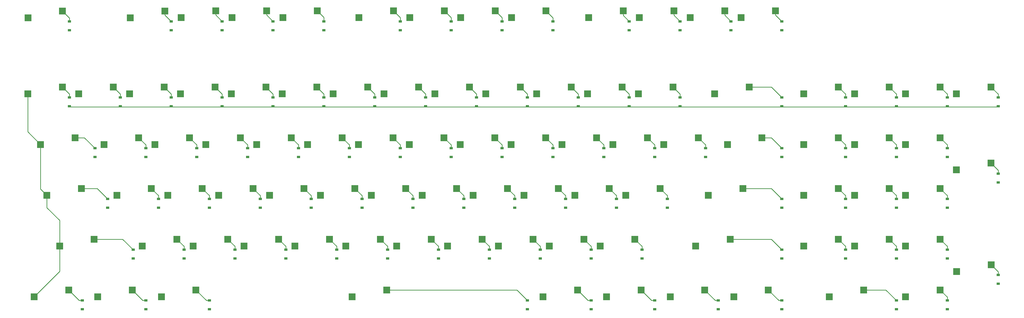
<source format=gbr>
G04 #@! TF.GenerationSoftware,KiCad,Pcbnew,8.0.5*
G04 #@! TF.CreationDate,2024-10-27T22:32:11+11:00*
G04 #@! TF.ProjectId,keyboard,6b657962-6f61-4726-942e-6b696361645f,rev?*
G04 #@! TF.SameCoordinates,Original*
G04 #@! TF.FileFunction,Copper,L6,Bot*
G04 #@! TF.FilePolarity,Positive*
%FSLAX46Y46*%
G04 Gerber Fmt 4.6, Leading zero omitted, Abs format (unit mm)*
G04 Created by KiCad (PCBNEW 8.0.5) date 2024-10-27 22:32:11*
%MOMM*%
%LPD*%
G01*
G04 APERTURE LIST*
G04 #@! TA.AperFunction,SMDPad,CuDef*
%ADD10R,2.550000X2.500000*%
G04 #@! TD*
G04 #@! TA.AperFunction,SMDPad,CuDef*
%ADD11R,1.200000X0.900000*%
G04 #@! TD*
G04 #@! TA.AperFunction,Conductor*
%ADD12C,0.250000*%
G04 #@! TD*
G04 APERTURE END LIST*
D10*
X139490000Y-58185000D03*
X152417000Y-55645000D03*
X158540000Y-58185000D03*
X171467000Y-55645000D03*
X82340000Y-58185000D03*
X95267000Y-55645000D03*
X273176706Y-29584520D03*
X286103706Y-27044520D03*
X315702500Y-77235000D03*
X328629500Y-74695000D03*
X25190000Y-58185000D03*
X38117000Y-55645000D03*
X239502500Y-115335000D03*
X252429500Y-112795000D03*
X172827500Y-96285000D03*
X185754500Y-93745000D03*
X334752500Y-77235000D03*
X347679500Y-74695000D03*
X334752500Y-115335000D03*
X347679500Y-112795000D03*
X220452500Y-115335000D03*
X233379500Y-112795000D03*
X110915000Y-77235000D03*
X123842000Y-74695000D03*
X63290000Y-58185000D03*
X76217000Y-55645000D03*
X25245000Y-29665000D03*
X38172000Y-27125000D03*
X168065000Y-77235000D03*
X180992000Y-74695000D03*
X353802500Y-115335000D03*
X366729500Y-112795000D03*
X241883750Y-134385000D03*
X254810750Y-131845000D03*
X235165000Y-29585000D03*
X248092000Y-27045000D03*
X289508750Y-134385000D03*
X302435750Y-131845000D03*
X27571250Y-134385000D03*
X40498250Y-131845000D03*
X215690000Y-58185000D03*
X228617000Y-55645000D03*
X334752500Y-96285000D03*
X347679500Y-93745000D03*
X87102500Y-115335000D03*
X100029500Y-112795000D03*
X115677500Y-96285000D03*
X128604500Y-93745000D03*
X182352500Y-115335000D03*
X195279500Y-112795000D03*
X353802500Y-77235000D03*
X366729500Y-74695000D03*
X249027500Y-96285000D03*
X261954500Y-93745000D03*
X187261209Y-29593694D03*
X200188209Y-27053694D03*
X279983750Y-96285000D03*
X292910750Y-93745000D03*
X253790000Y-58185000D03*
X266717000Y-55645000D03*
X206261209Y-29593694D03*
X219188209Y-27053694D03*
X292216706Y-29584520D03*
X305143706Y-27044520D03*
X72815000Y-77235000D03*
X85742000Y-74695000D03*
X275221250Y-115335000D03*
X288148250Y-112795000D03*
X201402500Y-115335000D03*
X214329500Y-112795000D03*
X144252500Y-115335000D03*
X157179500Y-112795000D03*
X234740000Y-58185000D03*
X247667000Y-55645000D03*
X134727500Y-96285000D03*
X147654500Y-93745000D03*
X353802500Y-58185000D03*
X366729500Y-55645000D03*
X254176706Y-29584520D03*
X267103706Y-27044520D03*
X53765000Y-77235000D03*
X66692000Y-74695000D03*
X91865000Y-77235000D03*
X104792000Y-74695000D03*
X106152500Y-115335000D03*
X119079500Y-112795000D03*
X244265000Y-77235000D03*
X257192000Y-74695000D03*
X44240000Y-58185000D03*
X57167000Y-55645000D03*
X146633750Y-134385000D03*
X159560750Y-131845000D03*
X187115000Y-77235000D03*
X200042000Y-74695000D03*
X325227500Y-134385000D03*
X338154500Y-131845000D03*
X229977500Y-96285000D03*
X242904500Y-93745000D03*
X315702500Y-96285000D03*
X328629500Y-93745000D03*
X32333750Y-96285000D03*
X45260750Y-93745000D03*
X120440000Y-58185000D03*
X133367000Y-55645000D03*
X101390000Y-58185000D03*
X114317000Y-55645000D03*
X63594475Y-29637388D03*
X76521475Y-27097388D03*
X265696250Y-134385000D03*
X278623250Y-131845000D03*
X218071250Y-134385000D03*
X230998250Y-131845000D03*
X75196250Y-134385000D03*
X88123250Y-131845000D03*
X315702500Y-115335000D03*
X328629500Y-112795000D03*
X287127500Y-77235000D03*
X300054500Y-74695000D03*
X372852500Y-58185000D03*
X385779500Y-55645000D03*
X68052500Y-115335000D03*
X80979500Y-112795000D03*
X353802500Y-96285000D03*
X366729500Y-93745000D03*
X210927500Y-96285000D03*
X223854500Y-93745000D03*
X177590000Y-58185000D03*
X190517000Y-55645000D03*
X263315000Y-77235000D03*
X276242000Y-74695000D03*
X372859143Y-86743423D03*
X385786143Y-84203423D03*
X163302500Y-115335000D03*
X176229500Y-112795000D03*
X206165000Y-77235000D03*
X219092000Y-74695000D03*
X96627500Y-96285000D03*
X109554500Y-93745000D03*
X372915000Y-124960000D03*
X385842000Y-122420000D03*
X149165000Y-29585000D03*
X162092000Y-27045000D03*
X82632347Y-29596106D03*
X95559347Y-27056106D03*
X51383750Y-134385000D03*
X64310750Y-131845000D03*
X315702500Y-58185000D03*
X328629500Y-55645000D03*
X353802500Y-134385000D03*
X366729500Y-131845000D03*
X77577500Y-96285000D03*
X90504500Y-93745000D03*
X196640000Y-58185000D03*
X209567000Y-55645000D03*
X282365000Y-58185000D03*
X295292000Y-55645000D03*
X125202500Y-115335000D03*
X138129500Y-112795000D03*
X334752500Y-58185000D03*
X347679500Y-55645000D03*
X120665000Y-29585000D03*
X133592000Y-27045000D03*
X29952500Y-77235000D03*
X42879500Y-74695000D03*
X191877500Y-96285000D03*
X204804500Y-93745000D03*
X58527500Y-96285000D03*
X71454500Y-93745000D03*
X129965000Y-77235000D03*
X142892000Y-74695000D03*
X168197485Y-29578486D03*
X181124485Y-27038486D03*
X37096250Y-115335000D03*
X50023250Y-112795000D03*
X225215000Y-77235000D03*
X238142000Y-74695000D03*
X153777500Y-96285000D03*
X166704500Y-93745000D03*
X101665000Y-29585000D03*
X114592000Y-27045000D03*
D11*
X40800000Y-62875000D03*
X40800000Y-59575000D03*
X107475000Y-81925000D03*
X107475000Y-78625000D03*
X264637500Y-100975000D03*
X264637500Y-97675000D03*
X236062500Y-139075000D03*
X236062500Y-135775000D03*
X78900000Y-62875000D03*
X78900000Y-59575000D03*
X250350000Y-62875000D03*
X250350000Y-59575000D03*
X136050000Y-34300000D03*
X136050000Y-31000000D03*
X307500000Y-139075000D03*
X307500000Y-135775000D03*
X207487500Y-100975000D03*
X207487500Y-97675000D03*
X174150000Y-62875000D03*
X174150000Y-59575000D03*
X283687500Y-139075000D03*
X283687500Y-135775000D03*
X88425000Y-81925000D03*
X88425000Y-78625000D03*
X269400000Y-34300000D03*
X269400000Y-31000000D03*
X226537500Y-100975000D03*
X226537500Y-97675000D03*
X64612500Y-120025000D03*
X64612500Y-116725000D03*
X97950000Y-34300000D03*
X97950000Y-31000000D03*
X202725000Y-81925000D03*
X202725000Y-78625000D03*
X350362500Y-100975000D03*
X350362500Y-97675000D03*
X240825000Y-81925000D03*
X240825000Y-78625000D03*
X117000000Y-34300000D03*
X117000000Y-31000000D03*
X78900000Y-34300000D03*
X78900000Y-31000000D03*
X350362500Y-81925000D03*
X350362500Y-78625000D03*
X307500000Y-34300000D03*
X307500000Y-31000000D03*
X350362500Y-139075000D03*
X350362500Y-135775000D03*
X212250000Y-139075000D03*
X212250000Y-135775000D03*
X278925000Y-81925000D03*
X278925000Y-78625000D03*
X59850000Y-62875000D03*
X59850000Y-59575000D03*
X83662500Y-120025000D03*
X83662500Y-116725000D03*
X69375000Y-139075000D03*
X69375000Y-135775000D03*
X369412500Y-62875000D03*
X369412500Y-59575000D03*
X269400000Y-62875000D03*
X269400000Y-59575000D03*
X255112500Y-120025000D03*
X255112500Y-116725000D03*
X388462500Y-62875000D03*
X388462500Y-59575000D03*
X55087500Y-100975000D03*
X55087500Y-97675000D03*
X97950000Y-62875000D03*
X97950000Y-59575000D03*
X188437500Y-100975000D03*
X188437500Y-97675000D03*
X178912500Y-120025000D03*
X178912500Y-116725000D03*
X193200000Y-62875000D03*
X193200000Y-59575000D03*
X212250000Y-62875000D03*
X212250000Y-59575000D03*
X164625000Y-34300000D03*
X164625000Y-31000000D03*
X183675000Y-81925000D03*
X183675000Y-78625000D03*
X245587500Y-100975000D03*
X245587500Y-97675000D03*
X112237500Y-100975000D03*
X112237500Y-97675000D03*
X259875000Y-139075000D03*
X259875000Y-135775000D03*
X150337500Y-100975000D03*
X150337500Y-97675000D03*
X159862500Y-120025000D03*
X159862500Y-116725000D03*
X388462500Y-129500000D03*
X388462500Y-126200000D03*
X202725000Y-34300000D03*
X202725000Y-31000000D03*
X117000000Y-62875000D03*
X117000000Y-59575000D03*
X259875000Y-81925000D03*
X259875000Y-78625000D03*
X307500000Y-100975000D03*
X307500000Y-97675000D03*
X369412500Y-139075000D03*
X369412500Y-135775000D03*
X369412500Y-81925000D03*
X369412500Y-78625000D03*
X183675000Y-34300000D03*
X183675000Y-31000000D03*
X388462500Y-91500000D03*
X388462500Y-88200000D03*
X93187500Y-139075000D03*
X93187500Y-135775000D03*
X350362500Y-120025000D03*
X350362500Y-116725000D03*
X231300000Y-62875000D03*
X231300000Y-59575000D03*
X331312500Y-81925000D03*
X331312500Y-78625000D03*
X307500000Y-62875000D03*
X307500000Y-59575000D03*
X164625000Y-81925000D03*
X164625000Y-78625000D03*
X307500000Y-81925000D03*
X307500000Y-78625000D03*
X197962500Y-120025000D03*
X197962500Y-116725000D03*
X131287500Y-100975000D03*
X131287500Y-97675000D03*
X102712500Y-120025000D03*
X102712500Y-116725000D03*
X250350000Y-34300000D03*
X250350000Y-31000000D03*
X236062500Y-120025000D03*
X236062500Y-116725000D03*
X40800000Y-34300000D03*
X40800000Y-31000000D03*
X331312500Y-120025000D03*
X331312500Y-116725000D03*
X331312500Y-100975000D03*
X331312500Y-97675000D03*
X369412500Y-120025000D03*
X369412500Y-116725000D03*
X331312500Y-62875000D03*
X331312500Y-59575000D03*
X74137500Y-100975000D03*
X74137500Y-97675000D03*
X217012500Y-120025000D03*
X217012500Y-116725000D03*
X169387500Y-100975000D03*
X169387500Y-97675000D03*
X369412500Y-100975000D03*
X369412500Y-97675000D03*
X126525000Y-81925000D03*
X126525000Y-78625000D03*
X121762500Y-120025000D03*
X121762500Y-116725000D03*
X155100000Y-62875000D03*
X155100000Y-59575000D03*
X140812500Y-120025000D03*
X140812500Y-116725000D03*
X69375000Y-81925000D03*
X69375000Y-78625000D03*
X288450000Y-34300000D03*
X288450000Y-31000000D03*
X45562500Y-139075000D03*
X45562500Y-135775000D03*
X136050000Y-62875000D03*
X136050000Y-59575000D03*
X221775000Y-34300000D03*
X221775000Y-31000000D03*
X93187500Y-100975000D03*
X93187500Y-97675000D03*
X145575000Y-81925000D03*
X145575000Y-78625000D03*
X50325000Y-81925000D03*
X50325000Y-78625000D03*
X307500000Y-120025000D03*
X307500000Y-116725000D03*
X221775000Y-81925000D03*
X221775000Y-78625000D03*
X350362500Y-62875000D03*
X350362500Y-59575000D03*
D10*
X149015000Y-77235000D03*
X161942000Y-74695000D03*
D12*
X37096250Y-115335000D02*
X37096250Y-124860000D01*
X37096250Y-124860000D02*
X27571250Y-134385000D01*
X32333750Y-96285000D02*
X32333750Y-100952500D01*
X32333750Y-100952500D02*
X37096250Y-105715000D01*
X37096250Y-105715000D02*
X37096250Y-115335000D01*
X29952500Y-77235000D02*
X29952500Y-93903750D01*
X29952500Y-93903750D02*
X32333750Y-96285000D01*
X25190000Y-58185000D02*
X25190000Y-72472500D01*
X25190000Y-72472500D02*
X29952500Y-77235000D01*
X40800000Y-62875000D02*
X41018900Y-63093900D01*
X41018900Y-63093900D02*
X59631100Y-63093900D01*
X59631100Y-63093900D02*
X59850000Y-62875000D01*
X59850000Y-62875000D02*
X60068900Y-63093900D01*
X60068900Y-63093900D02*
X78681100Y-63093900D01*
X78681100Y-63093900D02*
X78900000Y-62875000D01*
X78900000Y-62875000D02*
X79118900Y-63093900D01*
X79118900Y-63093900D02*
X97731100Y-63093900D01*
X97731100Y-63093900D02*
X97950000Y-62875000D01*
X97950000Y-62875000D02*
X98168900Y-63093900D01*
X98168900Y-63093900D02*
X116781100Y-63093900D01*
X116781100Y-63093900D02*
X117000000Y-62875000D01*
X117000000Y-62875000D02*
X117218900Y-63093900D01*
X117218900Y-63093900D02*
X135831100Y-63093900D01*
X135831100Y-63093900D02*
X136050000Y-62875000D01*
X136050000Y-62875000D02*
X136268900Y-63093900D01*
X136268900Y-63093900D02*
X154881100Y-63093900D01*
X154881100Y-63093900D02*
X155100000Y-62875000D01*
X155100000Y-62875000D02*
X155318900Y-63093900D01*
X155318900Y-63093900D02*
X173931100Y-63093900D01*
X173931100Y-63093900D02*
X174150000Y-62875000D01*
X174150000Y-62875000D02*
X174368900Y-63093900D01*
X174368900Y-63093900D02*
X192981100Y-63093900D01*
X192981100Y-63093900D02*
X193200000Y-62875000D01*
X193200000Y-62875000D02*
X193418900Y-63093900D01*
X193418900Y-63093900D02*
X212031100Y-63093900D01*
X212031100Y-63093900D02*
X212250000Y-62875000D01*
X212250000Y-62875000D02*
X212468900Y-63093900D01*
X212468900Y-63093900D02*
X231081100Y-63093900D01*
X231081100Y-63093900D02*
X231300000Y-62875000D01*
X231300000Y-62875000D02*
X231518900Y-63093900D01*
X231518900Y-63093900D02*
X250131100Y-63093900D01*
X250131100Y-63093900D02*
X250350000Y-62875000D01*
X250350000Y-62875000D02*
X250568900Y-63093900D01*
X250568900Y-63093900D02*
X269181100Y-63093900D01*
X269181100Y-63093900D02*
X269400000Y-62875000D01*
X269400000Y-62875000D02*
X269618900Y-63093900D01*
X269618900Y-63093900D02*
X307281100Y-63093900D01*
X307281100Y-63093900D02*
X307500000Y-62875000D01*
X307500000Y-62875000D02*
X307718900Y-63093900D01*
X307718900Y-63093900D02*
X331093600Y-63093900D01*
X331093600Y-63093900D02*
X331312500Y-62875000D01*
X331312500Y-62875000D02*
X331531400Y-63093900D01*
X331531400Y-63093900D02*
X350143600Y-63093900D01*
X350143600Y-63093900D02*
X350362500Y-62875000D01*
X350362500Y-62875000D02*
X350581400Y-63093900D01*
X350581400Y-63093900D02*
X369193600Y-63093900D01*
X369193600Y-63093900D02*
X369412500Y-62875000D01*
X369412500Y-62875000D02*
X369631400Y-63093900D01*
X369631400Y-63093900D02*
X388243600Y-63093900D01*
X388243600Y-63093900D02*
X388462500Y-62875000D01*
X302435750Y-131845000D02*
X306365750Y-135775000D01*
X306365750Y-135775000D02*
X307500000Y-135775000D01*
X278623250Y-131845000D02*
X282553250Y-135775000D01*
X282553250Y-135775000D02*
X283687500Y-135775000D01*
X254810750Y-131845000D02*
X258740750Y-135775000D01*
X258740750Y-135775000D02*
X259875000Y-135775000D01*
X230998250Y-131845000D02*
X234928250Y-135775000D01*
X234928250Y-135775000D02*
X236062500Y-135775000D01*
X159560750Y-131845000D02*
X208320000Y-131845000D01*
X208320000Y-131845000D02*
X212250000Y-135775000D01*
X88123250Y-131845000D02*
X92053250Y-135775000D01*
X92053250Y-135775000D02*
X93187500Y-135775000D01*
X64310750Y-131845000D02*
X68240750Y-135775000D01*
X68240750Y-135775000D02*
X69375000Y-135775000D01*
X40498250Y-131845000D02*
X44428250Y-135775000D01*
X44428250Y-135775000D02*
X45562500Y-135775000D01*
X50023250Y-112795000D02*
X60682500Y-112795000D01*
X60682500Y-112795000D02*
X64612500Y-116725000D01*
X80979500Y-112795000D02*
X83662500Y-115478000D01*
X83662500Y-115478000D02*
X83662500Y-116725000D01*
X100029500Y-112795000D02*
X102712500Y-115478000D01*
X102712500Y-115478000D02*
X102712500Y-116725000D01*
X119079500Y-112795000D02*
X121762500Y-115478000D01*
X121762500Y-115478000D02*
X121762500Y-116725000D01*
X138129500Y-112795000D02*
X140812500Y-115478000D01*
X140812500Y-115478000D02*
X140812500Y-116725000D01*
X157179500Y-112795000D02*
X159862500Y-115478000D01*
X159862500Y-115478000D02*
X159862500Y-116725000D01*
X176229500Y-112795000D02*
X178912500Y-115478000D01*
X178912500Y-115478000D02*
X178912500Y-116725000D01*
X195279500Y-112795000D02*
X197962500Y-115478000D01*
X197962500Y-115478000D02*
X197962500Y-116725000D01*
X214329500Y-112795000D02*
X217012500Y-115478000D01*
X217012500Y-115478000D02*
X217012500Y-116725000D01*
X233379500Y-112795000D02*
X236062500Y-115478000D01*
X236062500Y-115478000D02*
X236062500Y-116725000D01*
X252429500Y-112795000D02*
X255112500Y-115478000D01*
X255112500Y-115478000D02*
X255112500Y-116725000D01*
X288148250Y-112795000D02*
X303570000Y-112795000D01*
X303570000Y-112795000D02*
X307500000Y-116725000D01*
X366729500Y-131845000D02*
X369412500Y-134528000D01*
X369412500Y-134528000D02*
X369412500Y-135775000D01*
X338154500Y-131845000D02*
X346432500Y-131845000D01*
X346432500Y-131845000D02*
X350362500Y-135775000D01*
X328629500Y-112795000D02*
X331312500Y-115478000D01*
X331312500Y-115478000D02*
X331312500Y-116725000D01*
X347679500Y-112795000D02*
X350362500Y-115478000D01*
X350362500Y-115478000D02*
X350362500Y-116725000D01*
X366729500Y-112795000D02*
X369412500Y-115478000D01*
X369412500Y-115478000D02*
X369412500Y-116725000D01*
X385842000Y-122420000D02*
X388462500Y-125040500D01*
X388462500Y-125040500D02*
X388462500Y-126200000D01*
X366729500Y-93745000D02*
X369412500Y-96428000D01*
X369412500Y-96428000D02*
X369412500Y-97675000D01*
X347679500Y-93745000D02*
X350362500Y-96428000D01*
X350362500Y-96428000D02*
X350362500Y-97675000D01*
X328629500Y-93745000D02*
X331312500Y-96428000D01*
X331312500Y-96428000D02*
X331312500Y-97675000D01*
X292910750Y-93745000D02*
X303570000Y-93745000D01*
X303570000Y-93745000D02*
X307500000Y-97675000D01*
X261954500Y-93745000D02*
X264637500Y-96428000D01*
X264637500Y-96428000D02*
X264637500Y-97675000D01*
X242904500Y-93745000D02*
X245587500Y-96428000D01*
X245587500Y-96428000D02*
X245587500Y-97675000D01*
X223854500Y-93745000D02*
X226537500Y-96428000D01*
X226537500Y-96428000D02*
X226537500Y-97675000D01*
X204804500Y-93745000D02*
X207487500Y-96428000D01*
X207487500Y-96428000D02*
X207487500Y-97675000D01*
X185754500Y-93745000D02*
X188437500Y-96428000D01*
X188437500Y-96428000D02*
X188437500Y-97675000D01*
X166704500Y-93745000D02*
X169387500Y-96428000D01*
X169387500Y-96428000D02*
X169387500Y-97675000D01*
X147654500Y-93745000D02*
X150337500Y-96428000D01*
X150337500Y-96428000D02*
X150337500Y-97675000D01*
X128604500Y-93745000D02*
X131287500Y-96428000D01*
X131287500Y-96428000D02*
X131287500Y-97675000D01*
X109554500Y-93745000D02*
X112237500Y-96428000D01*
X112237500Y-96428000D02*
X112237500Y-97675000D01*
X90504500Y-93745000D02*
X93187500Y-96428000D01*
X93187500Y-96428000D02*
X93187500Y-97675000D01*
X71454500Y-93745000D02*
X74137500Y-96428000D01*
X74137500Y-96428000D02*
X74137500Y-97675000D01*
X45260750Y-93745000D02*
X51157500Y-93745000D01*
X51157500Y-93745000D02*
X55087500Y-97675000D01*
X42879500Y-74695000D02*
X46395000Y-74695000D01*
X46395000Y-74695000D02*
X50325000Y-78625000D01*
X66692000Y-74695000D02*
X69375000Y-77378000D01*
X69375000Y-77378000D02*
X69375000Y-78625000D01*
X85742000Y-74695000D02*
X88425000Y-77378000D01*
X88425000Y-77378000D02*
X88425000Y-78625000D01*
X104792000Y-74695000D02*
X107475000Y-77378000D01*
X107475000Y-77378000D02*
X107475000Y-78625000D01*
X123842000Y-74695000D02*
X126525000Y-77378000D01*
X126525000Y-77378000D02*
X126525000Y-78625000D01*
X142892000Y-74695000D02*
X145575000Y-77378000D01*
X145575000Y-77378000D02*
X145575000Y-78625000D01*
X161942000Y-74695000D02*
X164625000Y-77378000D01*
X164625000Y-77378000D02*
X164625000Y-78625000D01*
X180992000Y-74695000D02*
X183675000Y-77378000D01*
X183675000Y-77378000D02*
X183675000Y-78625000D01*
X200042000Y-74695000D02*
X202725000Y-77378000D01*
X202725000Y-77378000D02*
X202725000Y-78625000D01*
X219092000Y-74695000D02*
X221775000Y-77378000D01*
X221775000Y-77378000D02*
X221775000Y-78625000D01*
X238142000Y-74695000D02*
X240825000Y-77378000D01*
X240825000Y-77378000D02*
X240825000Y-78625000D01*
X257192000Y-74695000D02*
X259875000Y-77378000D01*
X259875000Y-77378000D02*
X259875000Y-78625000D01*
X276242000Y-74695000D02*
X278925000Y-77378000D01*
X278925000Y-77378000D02*
X278925000Y-78625000D01*
X300054500Y-74695000D02*
X303570000Y-74695000D01*
X303570000Y-74695000D02*
X307500000Y-78625000D01*
X328629500Y-74695000D02*
X331312500Y-77378000D01*
X331312500Y-77378000D02*
X331312500Y-78625000D01*
X347679500Y-74695000D02*
X350362500Y-77378000D01*
X350362500Y-77378000D02*
X350362500Y-78625000D01*
X366729500Y-74695000D02*
X369412500Y-77378000D01*
X369412500Y-77378000D02*
X369412500Y-78625000D01*
X385786143Y-84203423D02*
X388462500Y-86879780D01*
X388462500Y-86879780D02*
X388462500Y-88200000D01*
X385779500Y-55645000D02*
X388462500Y-58328000D01*
X388462500Y-58328000D02*
X388462500Y-59575000D01*
X366729500Y-55645000D02*
X369412500Y-58328000D01*
X369412500Y-58328000D02*
X369412500Y-59575000D01*
X347679500Y-55645000D02*
X350362500Y-58328000D01*
X350362500Y-58328000D02*
X350362500Y-59575000D01*
X328629500Y-55645000D02*
X331312500Y-58328000D01*
X331312500Y-58328000D02*
X331312500Y-59575000D01*
X295292000Y-55645000D02*
X303570000Y-55645000D01*
X303570000Y-55645000D02*
X307500000Y-59575000D01*
X266717000Y-55645000D02*
X269400000Y-58328000D01*
X269400000Y-58328000D02*
X269400000Y-59575000D01*
X247667000Y-55645000D02*
X250350000Y-58328000D01*
X250350000Y-58328000D02*
X250350000Y-59575000D01*
X228617000Y-55645000D02*
X231300000Y-58328000D01*
X231300000Y-58328000D02*
X231300000Y-59575000D01*
X209567000Y-55645000D02*
X212250000Y-58328000D01*
X212250000Y-58328000D02*
X212250000Y-59575000D01*
X190517000Y-55645000D02*
X193200000Y-58328000D01*
X193200000Y-58328000D02*
X193200000Y-59575000D01*
X171467000Y-55645000D02*
X174150000Y-58328000D01*
X174150000Y-58328000D02*
X174150000Y-59575000D01*
X152417000Y-55645000D02*
X155100000Y-58328000D01*
X155100000Y-58328000D02*
X155100000Y-59575000D01*
X133367000Y-55645000D02*
X136050000Y-58328000D01*
X136050000Y-58328000D02*
X136050000Y-59575000D01*
X114317000Y-55645000D02*
X117000000Y-58328000D01*
X117000000Y-58328000D02*
X117000000Y-59575000D01*
X95267000Y-55645000D02*
X97950000Y-58328000D01*
X97950000Y-58328000D02*
X97950000Y-59575000D01*
X76217000Y-55645000D02*
X78900000Y-58328000D01*
X78900000Y-58328000D02*
X78900000Y-59575000D01*
X57167000Y-55645000D02*
X59850000Y-58328000D01*
X59850000Y-58328000D02*
X59850000Y-59575000D01*
X38117000Y-55645000D02*
X40800000Y-58328000D01*
X40800000Y-58328000D02*
X40800000Y-59575000D01*
X305143706Y-27044520D02*
X305143706Y-28643706D01*
X305143706Y-28643706D02*
X307500000Y-31000000D01*
X286103706Y-27044520D02*
X286103706Y-28653706D01*
X286103706Y-28653706D02*
X288450000Y-31000000D01*
X267103706Y-27044520D02*
X267103706Y-28703706D01*
X267103706Y-28703706D02*
X269400000Y-31000000D01*
X248092000Y-27045000D02*
X248092000Y-28742000D01*
X248092000Y-28742000D02*
X250350000Y-31000000D01*
X219188209Y-27053694D02*
X221775000Y-29640485D01*
X221775000Y-29640485D02*
X221775000Y-31000000D01*
X200188209Y-27053694D02*
X202725000Y-29590485D01*
X202725000Y-29590485D02*
X202725000Y-31000000D01*
X181124485Y-27038486D02*
X183675000Y-29589001D01*
X183675000Y-29589001D02*
X183675000Y-31000000D01*
X162092000Y-27045000D02*
X164625000Y-29578000D01*
X164625000Y-29578000D02*
X164625000Y-31000000D01*
X133592000Y-27045000D02*
X136050000Y-29503000D01*
X136050000Y-29503000D02*
X136050000Y-31000000D01*
X114592000Y-27045000D02*
X114592000Y-28592000D01*
X114592000Y-28592000D02*
X117000000Y-31000000D01*
X95559347Y-27056106D02*
X95559347Y-28609347D01*
X95559347Y-28609347D02*
X97950000Y-31000000D01*
X76521475Y-27097388D02*
X76521475Y-28621475D01*
X76521475Y-28621475D02*
X78900000Y-31000000D01*
X38172000Y-27125000D02*
X40800000Y-29753000D01*
X40800000Y-29753000D02*
X40800000Y-31000000D01*
M02*

</source>
